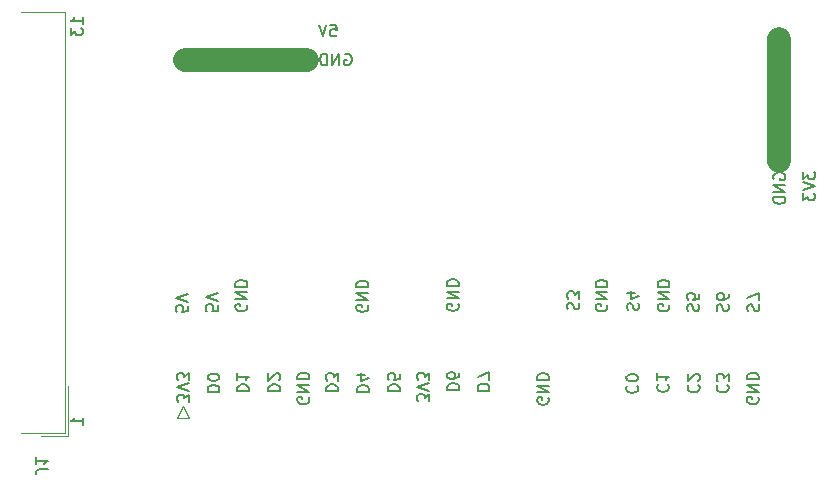
<source format=gbr>
%TF.GenerationSoftware,KiCad,Pcbnew,5.1.12-84ad8e8a86~92~ubuntu18.04.1*%
%TF.CreationDate,2022-06-27T01:27:44+02:00*%
%TF.ProjectId,Parallel-brk,50617261-6c6c-4656-9c2d-62726b2e6b69,rev?*%
%TF.SameCoordinates,Original*%
%TF.FileFunction,Legend,Bot*%
%TF.FilePolarity,Positive*%
%FSLAX46Y46*%
G04 Gerber Fmt 4.6, Leading zero omitted, Abs format (unit mm)*
G04 Created by KiCad (PCBNEW 5.1.12-84ad8e8a86~92~ubuntu18.04.1) date 2022-06-27 01:27:44*
%MOMM*%
%LPD*%
G01*
G04 APERTURE LIST*
%ADD10C,0.150000*%
%ADD11C,2.000000*%
%ADD12C,0.120000*%
G04 APERTURE END LIST*
D10*
X104052380Y-45459523D02*
X104052380Y-44888095D01*
X104052380Y-45173809D02*
X103052380Y-45173809D01*
X103195238Y-45078571D01*
X103290476Y-44983333D01*
X103338095Y-44888095D01*
X103052380Y-45792857D02*
X103052380Y-46411904D01*
X103433333Y-46078571D01*
X103433333Y-46221428D01*
X103480952Y-46316666D01*
X103528571Y-46364285D01*
X103623809Y-46411904D01*
X103861904Y-46411904D01*
X103957142Y-46364285D01*
X104004761Y-46316666D01*
X104052380Y-46221428D01*
X104052380Y-45935714D01*
X104004761Y-45840476D01*
X103957142Y-45792857D01*
X104052380Y-79385714D02*
X104052380Y-78814285D01*
X104052380Y-79100000D02*
X103052380Y-79100000D01*
X103195238Y-79004761D01*
X103290476Y-78909523D01*
X103338095Y-78814285D01*
D11*
X163000000Y-46700000D02*
X163000000Y-57050000D01*
D10*
X165052380Y-57961904D02*
X165052380Y-58580952D01*
X165433333Y-58247619D01*
X165433333Y-58390476D01*
X165480952Y-58485714D01*
X165528571Y-58533333D01*
X165623809Y-58580952D01*
X165861904Y-58580952D01*
X165957142Y-58533333D01*
X166004761Y-58485714D01*
X166052380Y-58390476D01*
X166052380Y-58104761D01*
X166004761Y-58009523D01*
X165957142Y-57961904D01*
X165052380Y-58866666D02*
X166052380Y-59200000D01*
X165052380Y-59533333D01*
X165052380Y-59771428D02*
X165052380Y-60390476D01*
X165433333Y-60057142D01*
X165433333Y-60200000D01*
X165480952Y-60295238D01*
X165528571Y-60342857D01*
X165623809Y-60390476D01*
X165861904Y-60390476D01*
X165957142Y-60342857D01*
X166004761Y-60295238D01*
X166052380Y-60200000D01*
X166052380Y-59914285D01*
X166004761Y-59819047D01*
X165957142Y-59771428D01*
X162600000Y-58588095D02*
X162552380Y-58492857D01*
X162552380Y-58350000D01*
X162600000Y-58207142D01*
X162695238Y-58111904D01*
X162790476Y-58064285D01*
X162980952Y-58016666D01*
X163123809Y-58016666D01*
X163314285Y-58064285D01*
X163409523Y-58111904D01*
X163504761Y-58207142D01*
X163552380Y-58350000D01*
X163552380Y-58445238D01*
X163504761Y-58588095D01*
X163457142Y-58635714D01*
X163123809Y-58635714D01*
X163123809Y-58445238D01*
X163552380Y-59064285D02*
X162552380Y-59064285D01*
X163552380Y-59635714D01*
X162552380Y-59635714D01*
X163552380Y-60111904D02*
X162552380Y-60111904D01*
X162552380Y-60350000D01*
X162600000Y-60492857D01*
X162695238Y-60588095D01*
X162790476Y-60635714D01*
X162980952Y-60683333D01*
X163123809Y-60683333D01*
X163314285Y-60635714D01*
X163409523Y-60588095D01*
X163504761Y-60492857D01*
X163552380Y-60350000D01*
X163552380Y-60111904D01*
D11*
X112700000Y-48500000D02*
X123050000Y-48500000D01*
D10*
X126261904Y-48000000D02*
X126357142Y-47952380D01*
X126500000Y-47952380D01*
X126642857Y-48000000D01*
X126738095Y-48095238D01*
X126785714Y-48190476D01*
X126833333Y-48380952D01*
X126833333Y-48523809D01*
X126785714Y-48714285D01*
X126738095Y-48809523D01*
X126642857Y-48904761D01*
X126500000Y-48952380D01*
X126404761Y-48952380D01*
X126261904Y-48904761D01*
X126214285Y-48857142D01*
X126214285Y-48523809D01*
X126404761Y-48523809D01*
X125785714Y-48952380D02*
X125785714Y-47952380D01*
X125214285Y-48952380D01*
X125214285Y-47952380D01*
X124738095Y-48952380D02*
X124738095Y-47952380D01*
X124500000Y-47952380D01*
X124357142Y-48000000D01*
X124261904Y-48095238D01*
X124214285Y-48190476D01*
X124166666Y-48380952D01*
X124166666Y-48523809D01*
X124214285Y-48714285D01*
X124261904Y-48809523D01*
X124357142Y-48904761D01*
X124500000Y-48952380D01*
X124738095Y-48952380D01*
X125040476Y-45502380D02*
X125516666Y-45502380D01*
X125564285Y-45978571D01*
X125516666Y-45930952D01*
X125421428Y-45883333D01*
X125183333Y-45883333D01*
X125088095Y-45930952D01*
X125040476Y-45978571D01*
X124992857Y-46073809D01*
X124992857Y-46311904D01*
X125040476Y-46407142D01*
X125088095Y-46454761D01*
X125183333Y-46502380D01*
X125421428Y-46502380D01*
X125516666Y-46454761D01*
X125564285Y-46407142D01*
X124707142Y-45502380D02*
X124373809Y-46502380D01*
X124040476Y-45502380D01*
X160395238Y-69761904D02*
X160347619Y-69619047D01*
X160347619Y-69380952D01*
X160395238Y-69285714D01*
X160442857Y-69238095D01*
X160538095Y-69190476D01*
X160633333Y-69190476D01*
X160728571Y-69238095D01*
X160776190Y-69285714D01*
X160823809Y-69380952D01*
X160871428Y-69571428D01*
X160919047Y-69666666D01*
X160966666Y-69714285D01*
X161061904Y-69761904D01*
X161157142Y-69761904D01*
X161252380Y-69714285D01*
X161300000Y-69666666D01*
X161347619Y-69571428D01*
X161347619Y-69333333D01*
X161300000Y-69190476D01*
X161347619Y-68857142D02*
X161347619Y-68190476D01*
X160347619Y-68619047D01*
X157795238Y-69761904D02*
X157747619Y-69619047D01*
X157747619Y-69380952D01*
X157795238Y-69285714D01*
X157842857Y-69238095D01*
X157938095Y-69190476D01*
X158033333Y-69190476D01*
X158128571Y-69238095D01*
X158176190Y-69285714D01*
X158223809Y-69380952D01*
X158271428Y-69571428D01*
X158319047Y-69666666D01*
X158366666Y-69714285D01*
X158461904Y-69761904D01*
X158557142Y-69761904D01*
X158652380Y-69714285D01*
X158700000Y-69666666D01*
X158747619Y-69571428D01*
X158747619Y-69333333D01*
X158700000Y-69190476D01*
X158747619Y-68333333D02*
X158747619Y-68523809D01*
X158700000Y-68619047D01*
X158652380Y-68666666D01*
X158509523Y-68761904D01*
X158319047Y-68809523D01*
X157938095Y-68809523D01*
X157842857Y-68761904D01*
X157795238Y-68714285D01*
X157747619Y-68619047D01*
X157747619Y-68428571D01*
X157795238Y-68333333D01*
X157842857Y-68285714D01*
X157938095Y-68238095D01*
X158176190Y-68238095D01*
X158271428Y-68285714D01*
X158319047Y-68333333D01*
X158366666Y-68428571D01*
X158366666Y-68619047D01*
X158319047Y-68714285D01*
X158271428Y-68761904D01*
X158176190Y-68809523D01*
X155295238Y-69761904D02*
X155247619Y-69619047D01*
X155247619Y-69380952D01*
X155295238Y-69285714D01*
X155342857Y-69238095D01*
X155438095Y-69190476D01*
X155533333Y-69190476D01*
X155628571Y-69238095D01*
X155676190Y-69285714D01*
X155723809Y-69380952D01*
X155771428Y-69571428D01*
X155819047Y-69666666D01*
X155866666Y-69714285D01*
X155961904Y-69761904D01*
X156057142Y-69761904D01*
X156152380Y-69714285D01*
X156200000Y-69666666D01*
X156247619Y-69571428D01*
X156247619Y-69333333D01*
X156200000Y-69190476D01*
X156247619Y-68285714D02*
X156247619Y-68761904D01*
X155771428Y-68809523D01*
X155819047Y-68761904D01*
X155866666Y-68666666D01*
X155866666Y-68428571D01*
X155819047Y-68333333D01*
X155771428Y-68285714D01*
X155676190Y-68238095D01*
X155438095Y-68238095D01*
X155342857Y-68285714D01*
X155295238Y-68333333D01*
X155247619Y-68428571D01*
X155247619Y-68666666D01*
X155295238Y-68761904D01*
X155342857Y-68809523D01*
X153700000Y-69211904D02*
X153747619Y-69307142D01*
X153747619Y-69450000D01*
X153700000Y-69592857D01*
X153604761Y-69688095D01*
X153509523Y-69735714D01*
X153319047Y-69783333D01*
X153176190Y-69783333D01*
X152985714Y-69735714D01*
X152890476Y-69688095D01*
X152795238Y-69592857D01*
X152747619Y-69450000D01*
X152747619Y-69354761D01*
X152795238Y-69211904D01*
X152842857Y-69164285D01*
X153176190Y-69164285D01*
X153176190Y-69354761D01*
X152747619Y-68735714D02*
X153747619Y-68735714D01*
X152747619Y-68164285D01*
X153747619Y-68164285D01*
X152747619Y-67688095D02*
X153747619Y-67688095D01*
X153747619Y-67450000D01*
X153700000Y-67307142D01*
X153604761Y-67211904D01*
X153509523Y-67164285D01*
X153319047Y-67116666D01*
X153176190Y-67116666D01*
X152985714Y-67164285D01*
X152890476Y-67211904D01*
X152795238Y-67307142D01*
X152747619Y-67450000D01*
X152747619Y-67688095D01*
X150195238Y-69661904D02*
X150147619Y-69519047D01*
X150147619Y-69280952D01*
X150195238Y-69185714D01*
X150242857Y-69138095D01*
X150338095Y-69090476D01*
X150433333Y-69090476D01*
X150528571Y-69138095D01*
X150576190Y-69185714D01*
X150623809Y-69280952D01*
X150671428Y-69471428D01*
X150719047Y-69566666D01*
X150766666Y-69614285D01*
X150861904Y-69661904D01*
X150957142Y-69661904D01*
X151052380Y-69614285D01*
X151100000Y-69566666D01*
X151147619Y-69471428D01*
X151147619Y-69233333D01*
X151100000Y-69090476D01*
X150814285Y-68233333D02*
X150147619Y-68233333D01*
X151195238Y-68471428D02*
X150480952Y-68709523D01*
X150480952Y-68090476D01*
X145145238Y-69611904D02*
X145097619Y-69469047D01*
X145097619Y-69230952D01*
X145145238Y-69135714D01*
X145192857Y-69088095D01*
X145288095Y-69040476D01*
X145383333Y-69040476D01*
X145478571Y-69088095D01*
X145526190Y-69135714D01*
X145573809Y-69230952D01*
X145621428Y-69421428D01*
X145669047Y-69516666D01*
X145716666Y-69564285D01*
X145811904Y-69611904D01*
X145907142Y-69611904D01*
X146002380Y-69564285D01*
X146050000Y-69516666D01*
X146097619Y-69421428D01*
X146097619Y-69183333D01*
X146050000Y-69040476D01*
X146097619Y-68707142D02*
X146097619Y-68088095D01*
X145716666Y-68421428D01*
X145716666Y-68278571D01*
X145669047Y-68183333D01*
X145621428Y-68135714D01*
X145526190Y-68088095D01*
X145288095Y-68088095D01*
X145192857Y-68135714D01*
X145145238Y-68183333D01*
X145097619Y-68278571D01*
X145097619Y-68564285D01*
X145145238Y-68659523D01*
X145192857Y-68707142D01*
D12*
X113050000Y-78800000D02*
X112550000Y-77800000D01*
X112950000Y-78800000D02*
X113050000Y-78800000D01*
X112900000Y-78800000D02*
X112950000Y-78800000D01*
X112050000Y-78800000D02*
X112900000Y-78800000D01*
X112550000Y-77800000D02*
X112050000Y-78800000D01*
D10*
X113047619Y-77438095D02*
X113047619Y-76819047D01*
X112666666Y-77152380D01*
X112666666Y-77009523D01*
X112619047Y-76914285D01*
X112571428Y-76866666D01*
X112476190Y-76819047D01*
X112238095Y-76819047D01*
X112142857Y-76866666D01*
X112095238Y-76914285D01*
X112047619Y-77009523D01*
X112047619Y-77295238D01*
X112095238Y-77390476D01*
X112142857Y-77438095D01*
X113047619Y-76533333D02*
X112047619Y-76200000D01*
X113047619Y-75866666D01*
X113047619Y-75628571D02*
X113047619Y-75009523D01*
X112666666Y-75342857D01*
X112666666Y-75200000D01*
X112619047Y-75104761D01*
X112571428Y-75057142D01*
X112476190Y-75009523D01*
X112238095Y-75009523D01*
X112142857Y-75057142D01*
X112095238Y-75104761D01*
X112047619Y-75200000D01*
X112047619Y-75485714D01*
X112095238Y-75580952D01*
X112142857Y-75628571D01*
X114647619Y-76588095D02*
X115647619Y-76588095D01*
X115647619Y-76350000D01*
X115600000Y-76207142D01*
X115504761Y-76111904D01*
X115409523Y-76064285D01*
X115219047Y-76016666D01*
X115076190Y-76016666D01*
X114885714Y-76064285D01*
X114790476Y-76111904D01*
X114695238Y-76207142D01*
X114647619Y-76350000D01*
X114647619Y-76588095D01*
X115647619Y-75397619D02*
X115647619Y-75302380D01*
X115600000Y-75207142D01*
X115552380Y-75159523D01*
X115457142Y-75111904D01*
X115266666Y-75064285D01*
X115028571Y-75064285D01*
X114838095Y-75111904D01*
X114742857Y-75159523D01*
X114695238Y-75207142D01*
X114647619Y-75302380D01*
X114647619Y-75397619D01*
X114695238Y-75492857D01*
X114742857Y-75540476D01*
X114838095Y-75588095D01*
X115028571Y-75635714D01*
X115266666Y-75635714D01*
X115457142Y-75588095D01*
X115552380Y-75540476D01*
X115600000Y-75492857D01*
X115647619Y-75397619D01*
X117147619Y-76538095D02*
X118147619Y-76538095D01*
X118147619Y-76300000D01*
X118100000Y-76157142D01*
X118004761Y-76061904D01*
X117909523Y-76014285D01*
X117719047Y-75966666D01*
X117576190Y-75966666D01*
X117385714Y-76014285D01*
X117290476Y-76061904D01*
X117195238Y-76157142D01*
X117147619Y-76300000D01*
X117147619Y-76538095D01*
X117147619Y-75014285D02*
X117147619Y-75585714D01*
X117147619Y-75300000D02*
X118147619Y-75300000D01*
X118004761Y-75395238D01*
X117909523Y-75490476D01*
X117861904Y-75585714D01*
X119797619Y-76538095D02*
X120797619Y-76538095D01*
X120797619Y-76300000D01*
X120750000Y-76157142D01*
X120654761Y-76061904D01*
X120559523Y-76014285D01*
X120369047Y-75966666D01*
X120226190Y-75966666D01*
X120035714Y-76014285D01*
X119940476Y-76061904D01*
X119845238Y-76157142D01*
X119797619Y-76300000D01*
X119797619Y-76538095D01*
X120702380Y-75585714D02*
X120750000Y-75538095D01*
X120797619Y-75442857D01*
X120797619Y-75204761D01*
X120750000Y-75109523D01*
X120702380Y-75061904D01*
X120607142Y-75014285D01*
X120511904Y-75014285D01*
X120369047Y-75061904D01*
X119797619Y-75633333D01*
X119797619Y-75014285D01*
X124697619Y-76538095D02*
X125697619Y-76538095D01*
X125697619Y-76300000D01*
X125650000Y-76157142D01*
X125554761Y-76061904D01*
X125459523Y-76014285D01*
X125269047Y-75966666D01*
X125126190Y-75966666D01*
X124935714Y-76014285D01*
X124840476Y-76061904D01*
X124745238Y-76157142D01*
X124697619Y-76300000D01*
X124697619Y-76538095D01*
X125697619Y-75633333D02*
X125697619Y-75014285D01*
X125316666Y-75347619D01*
X125316666Y-75204761D01*
X125269047Y-75109523D01*
X125221428Y-75061904D01*
X125126190Y-75014285D01*
X124888095Y-75014285D01*
X124792857Y-75061904D01*
X124745238Y-75109523D01*
X124697619Y-75204761D01*
X124697619Y-75490476D01*
X124745238Y-75585714D01*
X124792857Y-75633333D01*
X127297619Y-76588095D02*
X128297619Y-76588095D01*
X128297619Y-76350000D01*
X128250000Y-76207142D01*
X128154761Y-76111904D01*
X128059523Y-76064285D01*
X127869047Y-76016666D01*
X127726190Y-76016666D01*
X127535714Y-76064285D01*
X127440476Y-76111904D01*
X127345238Y-76207142D01*
X127297619Y-76350000D01*
X127297619Y-76588095D01*
X127964285Y-75159523D02*
X127297619Y-75159523D01*
X128345238Y-75397619D02*
X127630952Y-75635714D01*
X127630952Y-75016666D01*
X129897619Y-76538095D02*
X130897619Y-76538095D01*
X130897619Y-76300000D01*
X130850000Y-76157142D01*
X130754761Y-76061904D01*
X130659523Y-76014285D01*
X130469047Y-75966666D01*
X130326190Y-75966666D01*
X130135714Y-76014285D01*
X130040476Y-76061904D01*
X129945238Y-76157142D01*
X129897619Y-76300000D01*
X129897619Y-76538095D01*
X130897619Y-75061904D02*
X130897619Y-75538095D01*
X130421428Y-75585714D01*
X130469047Y-75538095D01*
X130516666Y-75442857D01*
X130516666Y-75204761D01*
X130469047Y-75109523D01*
X130421428Y-75061904D01*
X130326190Y-75014285D01*
X130088095Y-75014285D01*
X129992857Y-75061904D01*
X129945238Y-75109523D01*
X129897619Y-75204761D01*
X129897619Y-75442857D01*
X129945238Y-75538095D01*
X129992857Y-75585714D01*
X133397619Y-77388095D02*
X133397619Y-76769047D01*
X133016666Y-77102380D01*
X133016666Y-76959523D01*
X132969047Y-76864285D01*
X132921428Y-76816666D01*
X132826190Y-76769047D01*
X132588095Y-76769047D01*
X132492857Y-76816666D01*
X132445238Y-76864285D01*
X132397619Y-76959523D01*
X132397619Y-77245238D01*
X132445238Y-77340476D01*
X132492857Y-77388095D01*
X133397619Y-76483333D02*
X132397619Y-76150000D01*
X133397619Y-75816666D01*
X133397619Y-75578571D02*
X133397619Y-74959523D01*
X133016666Y-75292857D01*
X133016666Y-75150000D01*
X132969047Y-75054761D01*
X132921428Y-75007142D01*
X132826190Y-74959523D01*
X132588095Y-74959523D01*
X132492857Y-75007142D01*
X132445238Y-75054761D01*
X132397619Y-75150000D01*
X132397619Y-75435714D01*
X132445238Y-75530952D01*
X132492857Y-75578571D01*
X134947619Y-76438095D02*
X135947619Y-76438095D01*
X135947619Y-76200000D01*
X135900000Y-76057142D01*
X135804761Y-75961904D01*
X135709523Y-75914285D01*
X135519047Y-75866666D01*
X135376190Y-75866666D01*
X135185714Y-75914285D01*
X135090476Y-75961904D01*
X134995238Y-76057142D01*
X134947619Y-76200000D01*
X134947619Y-76438095D01*
X135947619Y-75009523D02*
X135947619Y-75200000D01*
X135900000Y-75295238D01*
X135852380Y-75342857D01*
X135709523Y-75438095D01*
X135519047Y-75485714D01*
X135138095Y-75485714D01*
X135042857Y-75438095D01*
X134995238Y-75390476D01*
X134947619Y-75295238D01*
X134947619Y-75104761D01*
X134995238Y-75009523D01*
X135042857Y-74961904D01*
X135138095Y-74914285D01*
X135376190Y-74914285D01*
X135471428Y-74961904D01*
X135519047Y-75009523D01*
X135566666Y-75104761D01*
X135566666Y-75295238D01*
X135519047Y-75390476D01*
X135471428Y-75438095D01*
X135376190Y-75485714D01*
X137497619Y-76488095D02*
X138497619Y-76488095D01*
X138497619Y-76250000D01*
X138450000Y-76107142D01*
X138354761Y-76011904D01*
X138259523Y-75964285D01*
X138069047Y-75916666D01*
X137926190Y-75916666D01*
X137735714Y-75964285D01*
X137640476Y-76011904D01*
X137545238Y-76107142D01*
X137497619Y-76250000D01*
X137497619Y-76488095D01*
X138497619Y-75583333D02*
X138497619Y-74916666D01*
X137497619Y-75345238D01*
X157842857Y-76016666D02*
X157795238Y-76064285D01*
X157747619Y-76207142D01*
X157747619Y-76302380D01*
X157795238Y-76445238D01*
X157890476Y-76540476D01*
X157985714Y-76588095D01*
X158176190Y-76635714D01*
X158319047Y-76635714D01*
X158509523Y-76588095D01*
X158604761Y-76540476D01*
X158700000Y-76445238D01*
X158747619Y-76302380D01*
X158747619Y-76207142D01*
X158700000Y-76064285D01*
X158652380Y-76016666D01*
X158747619Y-75683333D02*
X158747619Y-75064285D01*
X158366666Y-75397619D01*
X158366666Y-75254761D01*
X158319047Y-75159523D01*
X158271428Y-75111904D01*
X158176190Y-75064285D01*
X157938095Y-75064285D01*
X157842857Y-75111904D01*
X157795238Y-75159523D01*
X157747619Y-75254761D01*
X157747619Y-75540476D01*
X157795238Y-75635714D01*
X157842857Y-75683333D01*
X155392857Y-76016666D02*
X155345238Y-76064285D01*
X155297619Y-76207142D01*
X155297619Y-76302380D01*
X155345238Y-76445238D01*
X155440476Y-76540476D01*
X155535714Y-76588095D01*
X155726190Y-76635714D01*
X155869047Y-76635714D01*
X156059523Y-76588095D01*
X156154761Y-76540476D01*
X156250000Y-76445238D01*
X156297619Y-76302380D01*
X156297619Y-76207142D01*
X156250000Y-76064285D01*
X156202380Y-76016666D01*
X156202380Y-75635714D02*
X156250000Y-75588095D01*
X156297619Y-75492857D01*
X156297619Y-75254761D01*
X156250000Y-75159523D01*
X156202380Y-75111904D01*
X156107142Y-75064285D01*
X156011904Y-75064285D01*
X155869047Y-75111904D01*
X155297619Y-75683333D01*
X155297619Y-75064285D01*
X152792857Y-75966666D02*
X152745238Y-76014285D01*
X152697619Y-76157142D01*
X152697619Y-76252380D01*
X152745238Y-76395238D01*
X152840476Y-76490476D01*
X152935714Y-76538095D01*
X153126190Y-76585714D01*
X153269047Y-76585714D01*
X153459523Y-76538095D01*
X153554761Y-76490476D01*
X153650000Y-76395238D01*
X153697619Y-76252380D01*
X153697619Y-76157142D01*
X153650000Y-76014285D01*
X153602380Y-75966666D01*
X152697619Y-75014285D02*
X152697619Y-75585714D01*
X152697619Y-75300000D02*
X153697619Y-75300000D01*
X153554761Y-75395238D01*
X153459523Y-75490476D01*
X153411904Y-75585714D01*
X150192857Y-76066666D02*
X150145238Y-76114285D01*
X150097619Y-76257142D01*
X150097619Y-76352380D01*
X150145238Y-76495238D01*
X150240476Y-76590476D01*
X150335714Y-76638095D01*
X150526190Y-76685714D01*
X150669047Y-76685714D01*
X150859523Y-76638095D01*
X150954761Y-76590476D01*
X151050000Y-76495238D01*
X151097619Y-76352380D01*
X151097619Y-76257142D01*
X151050000Y-76114285D01*
X151002380Y-76066666D01*
X151097619Y-75447619D02*
X151097619Y-75352380D01*
X151050000Y-75257142D01*
X151002380Y-75209523D01*
X150907142Y-75161904D01*
X150716666Y-75114285D01*
X150478571Y-75114285D01*
X150288095Y-75161904D01*
X150192857Y-75209523D01*
X150145238Y-75257142D01*
X150097619Y-75352380D01*
X150097619Y-75447619D01*
X150145238Y-75542857D01*
X150192857Y-75590476D01*
X150288095Y-75638095D01*
X150478571Y-75685714D01*
X150716666Y-75685714D01*
X150907142Y-75638095D01*
X151002380Y-75590476D01*
X151050000Y-75542857D01*
X151097619Y-75447619D01*
X161250000Y-77061904D02*
X161297619Y-77157142D01*
X161297619Y-77300000D01*
X161250000Y-77442857D01*
X161154761Y-77538095D01*
X161059523Y-77585714D01*
X160869047Y-77633333D01*
X160726190Y-77633333D01*
X160535714Y-77585714D01*
X160440476Y-77538095D01*
X160345238Y-77442857D01*
X160297619Y-77300000D01*
X160297619Y-77204761D01*
X160345238Y-77061904D01*
X160392857Y-77014285D01*
X160726190Y-77014285D01*
X160726190Y-77204761D01*
X160297619Y-76585714D02*
X161297619Y-76585714D01*
X160297619Y-76014285D01*
X161297619Y-76014285D01*
X160297619Y-75538095D02*
X161297619Y-75538095D01*
X161297619Y-75300000D01*
X161250000Y-75157142D01*
X161154761Y-75061904D01*
X161059523Y-75014285D01*
X160869047Y-74966666D01*
X160726190Y-74966666D01*
X160535714Y-75014285D01*
X160440476Y-75061904D01*
X160345238Y-75157142D01*
X160297619Y-75300000D01*
X160297619Y-75538095D01*
X148450000Y-69211904D02*
X148497619Y-69307142D01*
X148497619Y-69450000D01*
X148450000Y-69592857D01*
X148354761Y-69688095D01*
X148259523Y-69735714D01*
X148069047Y-69783333D01*
X147926190Y-69783333D01*
X147735714Y-69735714D01*
X147640476Y-69688095D01*
X147545238Y-69592857D01*
X147497619Y-69450000D01*
X147497619Y-69354761D01*
X147545238Y-69211904D01*
X147592857Y-69164285D01*
X147926190Y-69164285D01*
X147926190Y-69354761D01*
X147497619Y-68735714D02*
X148497619Y-68735714D01*
X147497619Y-68164285D01*
X148497619Y-68164285D01*
X147497619Y-67688095D02*
X148497619Y-67688095D01*
X148497619Y-67450000D01*
X148450000Y-67307142D01*
X148354761Y-67211904D01*
X148259523Y-67164285D01*
X148069047Y-67116666D01*
X147926190Y-67116666D01*
X147735714Y-67164285D01*
X147640476Y-67211904D01*
X147545238Y-67307142D01*
X147497619Y-67450000D01*
X147497619Y-67688095D01*
X143500000Y-77111904D02*
X143547619Y-77207142D01*
X143547619Y-77350000D01*
X143500000Y-77492857D01*
X143404761Y-77588095D01*
X143309523Y-77635714D01*
X143119047Y-77683333D01*
X142976190Y-77683333D01*
X142785714Y-77635714D01*
X142690476Y-77588095D01*
X142595238Y-77492857D01*
X142547619Y-77350000D01*
X142547619Y-77254761D01*
X142595238Y-77111904D01*
X142642857Y-77064285D01*
X142976190Y-77064285D01*
X142976190Y-77254761D01*
X142547619Y-76635714D02*
X143547619Y-76635714D01*
X142547619Y-76064285D01*
X143547619Y-76064285D01*
X142547619Y-75588095D02*
X143547619Y-75588095D01*
X143547619Y-75350000D01*
X143500000Y-75207142D01*
X143404761Y-75111904D01*
X143309523Y-75064285D01*
X143119047Y-75016666D01*
X142976190Y-75016666D01*
X142785714Y-75064285D01*
X142690476Y-75111904D01*
X142595238Y-75207142D01*
X142547619Y-75350000D01*
X142547619Y-75588095D01*
X123200000Y-77061904D02*
X123247619Y-77157142D01*
X123247619Y-77300000D01*
X123200000Y-77442857D01*
X123104761Y-77538095D01*
X123009523Y-77585714D01*
X122819047Y-77633333D01*
X122676190Y-77633333D01*
X122485714Y-77585714D01*
X122390476Y-77538095D01*
X122295238Y-77442857D01*
X122247619Y-77300000D01*
X122247619Y-77204761D01*
X122295238Y-77061904D01*
X122342857Y-77014285D01*
X122676190Y-77014285D01*
X122676190Y-77204761D01*
X122247619Y-76585714D02*
X123247619Y-76585714D01*
X122247619Y-76014285D01*
X123247619Y-76014285D01*
X122247619Y-75538095D02*
X123247619Y-75538095D01*
X123247619Y-75300000D01*
X123200000Y-75157142D01*
X123104761Y-75061904D01*
X123009523Y-75014285D01*
X122819047Y-74966666D01*
X122676190Y-74966666D01*
X122485714Y-75014285D01*
X122390476Y-75061904D01*
X122295238Y-75157142D01*
X122247619Y-75300000D01*
X122247619Y-75538095D01*
X135850000Y-69161904D02*
X135897619Y-69257142D01*
X135897619Y-69400000D01*
X135850000Y-69542857D01*
X135754761Y-69638095D01*
X135659523Y-69685714D01*
X135469047Y-69733333D01*
X135326190Y-69733333D01*
X135135714Y-69685714D01*
X135040476Y-69638095D01*
X134945238Y-69542857D01*
X134897619Y-69400000D01*
X134897619Y-69304761D01*
X134945238Y-69161904D01*
X134992857Y-69114285D01*
X135326190Y-69114285D01*
X135326190Y-69304761D01*
X134897619Y-68685714D02*
X135897619Y-68685714D01*
X134897619Y-68114285D01*
X135897619Y-68114285D01*
X134897619Y-67638095D02*
X135897619Y-67638095D01*
X135897619Y-67400000D01*
X135850000Y-67257142D01*
X135754761Y-67161904D01*
X135659523Y-67114285D01*
X135469047Y-67066666D01*
X135326190Y-67066666D01*
X135135714Y-67114285D01*
X135040476Y-67161904D01*
X134945238Y-67257142D01*
X134897619Y-67400000D01*
X134897619Y-67638095D01*
X128200000Y-69261904D02*
X128247619Y-69357142D01*
X128247619Y-69500000D01*
X128200000Y-69642857D01*
X128104761Y-69738095D01*
X128009523Y-69785714D01*
X127819047Y-69833333D01*
X127676190Y-69833333D01*
X127485714Y-69785714D01*
X127390476Y-69738095D01*
X127295238Y-69642857D01*
X127247619Y-69500000D01*
X127247619Y-69404761D01*
X127295238Y-69261904D01*
X127342857Y-69214285D01*
X127676190Y-69214285D01*
X127676190Y-69404761D01*
X127247619Y-68785714D02*
X128247619Y-68785714D01*
X127247619Y-68214285D01*
X128247619Y-68214285D01*
X127247619Y-67738095D02*
X128247619Y-67738095D01*
X128247619Y-67500000D01*
X128200000Y-67357142D01*
X128104761Y-67261904D01*
X128009523Y-67214285D01*
X127819047Y-67166666D01*
X127676190Y-67166666D01*
X127485714Y-67214285D01*
X127390476Y-67261904D01*
X127295238Y-67357142D01*
X127247619Y-67500000D01*
X127247619Y-67738095D01*
X112947619Y-69290476D02*
X112947619Y-69766666D01*
X112471428Y-69814285D01*
X112519047Y-69766666D01*
X112566666Y-69671428D01*
X112566666Y-69433333D01*
X112519047Y-69338095D01*
X112471428Y-69290476D01*
X112376190Y-69242857D01*
X112138095Y-69242857D01*
X112042857Y-69290476D01*
X111995238Y-69338095D01*
X111947619Y-69433333D01*
X111947619Y-69671428D01*
X111995238Y-69766666D01*
X112042857Y-69814285D01*
X112947619Y-68957142D02*
X111947619Y-68623809D01*
X112947619Y-68290476D01*
X115497619Y-69240476D02*
X115497619Y-69716666D01*
X115021428Y-69764285D01*
X115069047Y-69716666D01*
X115116666Y-69621428D01*
X115116666Y-69383333D01*
X115069047Y-69288095D01*
X115021428Y-69240476D01*
X114926190Y-69192857D01*
X114688095Y-69192857D01*
X114592857Y-69240476D01*
X114545238Y-69288095D01*
X114497619Y-69383333D01*
X114497619Y-69621428D01*
X114545238Y-69716666D01*
X114592857Y-69764285D01*
X115497619Y-68907142D02*
X114497619Y-68573809D01*
X115497619Y-68240476D01*
X117950000Y-69211904D02*
X117997619Y-69307142D01*
X117997619Y-69450000D01*
X117950000Y-69592857D01*
X117854761Y-69688095D01*
X117759523Y-69735714D01*
X117569047Y-69783333D01*
X117426190Y-69783333D01*
X117235714Y-69735714D01*
X117140476Y-69688095D01*
X117045238Y-69592857D01*
X116997619Y-69450000D01*
X116997619Y-69354761D01*
X117045238Y-69211904D01*
X117092857Y-69164285D01*
X117426190Y-69164285D01*
X117426190Y-69354761D01*
X116997619Y-68735714D02*
X117997619Y-68735714D01*
X116997619Y-68164285D01*
X117997619Y-68164285D01*
X116997619Y-67688095D02*
X117997619Y-67688095D01*
X117997619Y-67450000D01*
X117950000Y-67307142D01*
X117854761Y-67211904D01*
X117759523Y-67164285D01*
X117569047Y-67116666D01*
X117426190Y-67116666D01*
X117235714Y-67164285D01*
X117140476Y-67211904D01*
X117045238Y-67307142D01*
X116997619Y-67450000D01*
X116997619Y-67688095D01*
D12*
%TO.C,J1*%
X98810000Y-44446667D02*
X102550000Y-44446667D01*
X102550000Y-44446667D02*
X102550000Y-80053333D01*
X102550000Y-80053333D02*
X98810000Y-80053333D01*
X100550000Y-80293333D02*
X102790000Y-80293333D01*
X102790000Y-80293333D02*
X102790000Y-76100000D01*
D10*
X101097619Y-83126666D02*
X100383333Y-83126666D01*
X100240476Y-83174285D01*
X100145238Y-83269523D01*
X100097619Y-83412380D01*
X100097619Y-83507618D01*
X100097619Y-82126666D02*
X100097619Y-82698094D01*
X100097619Y-82412380D02*
X101097619Y-82412380D01*
X100954761Y-82507618D01*
X100859523Y-82602856D01*
X100811904Y-82698094D01*
%TD*%
M02*

</source>
